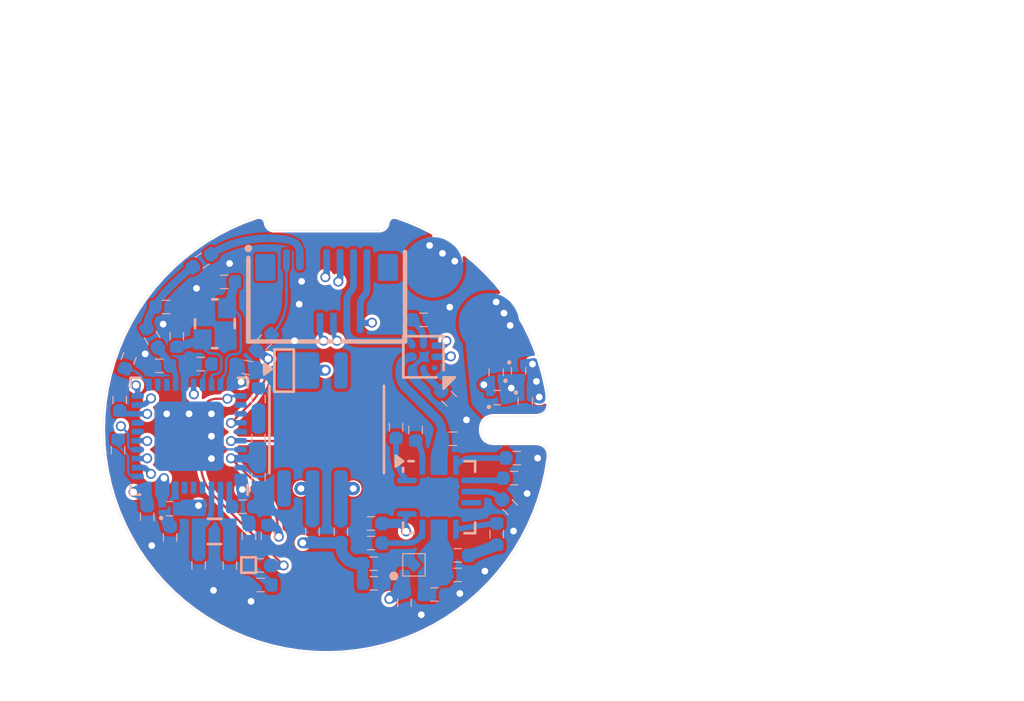
<source format=kicad_pcb>
(kicad_pcb (version 20240108) (generator "pcbnew") (generator_version "8.0")
  (layers (0 "F.Cu" signal) (1 "In1.Cu" signal) (2 "In2.Cu" signal) (31 "B.Cu" signal) (34 "B.Paste" user) (35 "F.Paste" user) (36 "B.SilkS" user "B.Silkscreen") (37 "F.SilkS" user "F.Silkscreen") (38 "B.Mask" user) (39 "F.Mask" user) (44 "Edge.Cuts" user))
  (net 0 "")
  (net 1 "GND")
  (net 2 "VDD_nRF")
  (net 3 "Net-(U6-P0.00{slash}XL1)")
  (net 4 "Net-(U6-P0.01{slash}XL2)")
  (net 5 "Net-(U6-DEC1)")
  (net 6 "VBUS")
  (net 7 "Net-(U6-DECUSB)")
  (net 8 "1.8V")
  (net 9 "Net-(U6-DEC4)")
  (net 10 "Net-(U6-DEC5)")
  (net 11 "Net-(U6-ANT)")
  (net 12 "Net-(U6-XC2)")
  (net 13 "Net-(U6-XC1)")
  (net 14 "Net-(U6-DEC3)")
  (net 15 "Net-(C17-Pad2)")
  (net 16 "OUT")
  (net 17 "vBAT")
  (net 18 "MOS_VDD")
  (net 19 "BLUE_LED")
  (net 20 "Net-(D1-K)")
  (net 21 "Net-(D2-K)")
  (net 22 "Net-(J1-Pin_1)")
  (net 23 "Net-(J2-Pin_1)")
  (net 24 "Net-(L1-Pad1)")
  (net 25 "Net-(U6-DCC)")
  (net 26 "antenna")
  (net 27 "MOS_EN")
  (net 28 "Net-(U5-BIN)")
  (net 29 "CE")
  (net 30 "Net-(U10-ILIM)")
  (net 31 "Net-(U10-ISET)")
  (net 32 "Net-(U10-EN1)")
  (net 33 "Net-(U10-EN2)")
  (net 34 "P0.15")
  (net 35 "P0.17")
  (net 36 "Net-(U10-~{CHG})")
  (net 37 "Net-(U10-TS)")
  (net 38 "P0.28")
  (net 39 "P0.30")
  (net 40 "P0.31")
  (net 41 "GPOUT")
  (net 42 "Batteryin")
  (net 43 "P0.20")
  (net 47 "RESET")
  (net 49 "swc")
  (net 50 "swd")
  (net 51 "int1")
  (net 53 "D-")
  (net 58 "D+")
  (net 59 "FLEX_LED")
  (net 60 "Net-(U8-Pin_1)")
  (footprint "Library:16mmCompButton" (layer "F.Cu") (at 150 100 136)
    (property "Reference" "SW1" (hide yes))
    (property "Value" "SW_Omron_B3FS")
  )
  (footprint "Library:0402" (layer "B.Cu") (at 152.105 106.875)
    (property "Reference" "C27" (hide yes))
    (property "Value" "1uF")
  )
  (footprint "Library:Mosfet0402" (layer "B.Cu") (at 142.975 103.539937)
    (property "Reference" "Q3" (hide yes))
    (property "Value" "PMOS-CSD25483F4")
  )
  (footprint "Library:Mosfet0402" (layer "B.Cu") (at 157.575 97.445 90)
    (property "Reference" "Q1" (hide yes))
    (property "Value" "NMOS-CSD17381F4")
  )
  (footprint "Library:0402" (layer "B.Cu") (at 154.815 107.375)
    (property "Reference" "C20" (hide yes))
    (property "Value" "1uF")
  )
  (footprint "Library:0402" (layer "B.Cu") (at 146.95 102.125 -90)
    (property "Reference" "C9" (hide yes))
    (property "Value" "1uF")
  )
  (footprint "Library:0402" (layer "B.Cu") (at 143 104.825 -90)
    (property "Reference" "R2" (hide yes))
    (property "Value" "2M")
  )
  (footprint "Library:0402" (layer "B.Cu") (at 151.98 104.2 180)
    (property "Reference" "C21" (hide yes))
    (property "Value" "1uF")
  )
  (footprint "Library:0402" (layer "B.Cu") (at 147.375 104.75 -90)
    (property "Reference" "C10" (hide yes))
    (property "Value" "47nF")
  )
  (footprint "Library:0402" (layer "B.Cu") (at 154.325 95.1)
    (property "Reference" "C8" (hide yes))
    (property "Value" "2.2uF")
  )
  (footprint "Library:0402" (layer "B.Cu") (at 145.675 106.08 -90)
    (property "Reference" "C2" (hide yes))
    (property "Value" "12pF")
  )
  (footprint "Library:Mosfet0402" (layer "B.Cu") (at 158.575 97.375 -90)
    (property "Reference" "Q5" (hide yes))
    (property "Value" "PMOS-CSD25483F4")
  )
  (footprint "Library:0402" (layer "B.Cu") (at 147.009 106.075)
    (property "Reference" "D1" (hide yes))
    (property "Value" "BLUE")
  )
  (footprint "Library:0402" (layer "B.Cu") (at 155.85 106.5)
    (property "Reference" "C24" (hide yes))
    (property "Value" "10uF")
  )
  (footprint "Library:0402" (layer "B.Cu") (at 147.05 106.95)
    (property "Reference" "R3" (hide yes))
    (property "Value" "1.5k")
  )
  (footprint "Library:0402" (layer "B.Cu") (at 144.375 97.075)
    (property "Reference" "C16" (hide yes))
    (property "Value" "100pF")
  )
  (footprint "Library:0402" (layer "B.Cu") (at 157.6 104.675 -90)
    (property "Reference" "R11" (hide yes))
    (property "Value" "1.5k")
  )
  (footprint "Library:Pogo-pin-recepticle" (layer "B.Cu") (at 157.25 95.25 180)
    (property "Reference" "J1" (hide yes))
    (property "Value" "-")
  )
  (footprint "Library:0402" (layer "B.Cu") (at 147.19 96.1 -135)
    (property "Reference" "R12" (hide yes))
    (property "Value" "1.5k")
  )
  (footprint "Library:nrf52833" (layer "B.Cu") (at 143.85 100.3 90)
    (property "Reference" "U6" (hide yes))
    (property "Value" "nrf52833_qfn40")
  )
  (footprint "Library:0402" (layer "B.Cu") (at 158.375 102.175 180)
    (property "Reference" "R8" (hide yes))
    (property "Value" "0Ω")
  )
  (footprint "Library:0402" (layer "B.Cu") (at 140.75 98.675 -90)
    (property "Reference" "C1" (hide yes))
    (property "Value" "4.7uF")
  )
  (footprint "Library:0402" (layer "B.Cu") (at 149.365 104.565499 90)
    (property "Reference" "R9" (hide yes))
    (property "Value" "4.7K")
  )
  (footprint "Library:TDFN-4" (layer "B.Cu") (at 153.9 106.05 180)
    (property "Reference" "U11" (hide yes))
    (property "Value" "MIC5504")
  )
  (footprint "Library:0402" (layer "B.Cu") (at 153.1 99.9 90)
    (property "Reference" "R6" (hide yes))
    (property "Value" "590")
  )
  (footprint "Library:0402" (layer "B.Cu") (at 141.15 96.825 -110)
    (property "Reference" "C12" (hide yes))
    (property "Value" "820pF")
  )
  (footprint "Library:Crystal_SMD_2016-4Pin_2.0x1.6mm" (layer "B.Cu") (at 145 95.275 90)
    (property "Reference" "X2" (hide yes))
    (property "Value" "32MHZ")
  )
  (footprint "Library:0402" (layer "B.Cu") (at 153.975 100.025 90)
    (property "Reference" "TH1" (hide yes))
    (property "Value" "10K")
  )
  (footprint "Library:0402" (layer "B.Cu") (at 143.3 95.825 -90)
    (property "Reference" "C15" (hide yes))
    (property "Value" "12pF")
  )
  (footprint "Library:SOIC-8-1EP_3.9x4.9mm_P1.27mm_EP2.514x3.2mm" (layer "B.Cu") (at 150 100 -90)
    (property "Reference" "U9" (hide yes))
    (property "Value" "AS5600")
  )
  (footprint "Library:0402" (layer "B.Cu") (at 142.825 94.525 180)
    (property "Reference" "C17" (hide yes))
    (property "Value" "1.2pF")
  )
  (footprint "Library:0402" (layer "B.Cu") (at 146.25 103.45)
    (property "Reference" "C4" (hide yes))
    (property "Value" "100nF")
  )
  (footprint "Library:0402" (layer "B.Cu") (at 153.475 107.745 -90)
    (property "Reference" "C23" (hide yes))
    (property "Value" "1uF")
  )
  (footprint "Library:0402" (layer "B.Cu") (at 145.425 93.4)
    (property "Reference" "C14" (hide yes))
    (property "Value" "12pF")
  )
  (footprint "Library:0402" (layer "B.Cu") (at 155.855 105.625 180)
    (property "Reference" "D2" (hide yes))
    (property "Value" "LED")
  )
  (footprint "Library:0402" (layer "B.Cu") (at 144.431532 92.455 35)
    (property "Reference" "L4" (hide yes))
    (property "Value" "2.2nH")
  )
  (footprint "Library:Texas_DSBGA-9_1.62mmx1.58mm_Layout3x3_P0.5mm" (layer "B.Cu") (at 154.325 96.75 90)
    (property "Reference" "U5" (hide yes))
    (property "Value" "BQ27427")
  )
  (footprint "Library:0402" (layer "B.Cu") (at 142.2 95.9 120)
    (property "Reference" "L3" (hide yes))
    (property "Value" "4.7nH")
  )
  (footprint "Library:Crystal_SMD_2012-2Pin_2.0x1.2mm" (layer "B.Cu") (at 144.975 104.525 180)
    (property "Reference" "X1" (hide yes))
    (property "Value" "32.768 kHz")
  )
  (footprint "Library:0402" (layer "B.Cu") (at 146.95 98.635 90)
    (property "Reference" "L1" (hide yes))
    (property "Value" "10uH")
  )
  (footprint "Library:FPC" (layer "B.Cu") (at 150 93.814104)
    (property "Reference" "U8" (hide yes))
    (property "Value" "Conn_01x14_Socket")
  )
  (footprint "Library:0402" (layer "B.Cu") (at 146.44 97.23 -12)
    (property "Reference" "C11" (hide yes))
    (property "Value" "100nF")
  )
  (footprint "Library:0402" (layer "B.Cu") (at 146.525 104.755 -90)
    (property "Reference" "C6" (hide yes))
    (property "Value" "1uF")
  )
  (footprint "Library:0402" (layer "B.Cu") (at 158.2 103.475 135)
    (property "Reference" "R7" (hide yes))
    (property "Value" "0Ω")
  )
  (footprint "Library:0402" (layer "B.Cu") (at 146.95 100.38 90)
    (property "Reference" "L2" (hide yes))
    (property "Value" "15nH")
  )
  (footprint "Library:Mosfet0402" (layer "B.Cu") (at 158.875 98.725 -90)
    (property "Reference" "Q4" (hide yes))
    (property "Value" "PMOS-CSD25483F4")
  )
  (footprint "Library:Pogo-pin-recepticle" (layer "B.Cu") (at 154.75 92.75 180)
    (property "Reference" "J2" (hide yes))
    (property "Value" "+")
  )
  (footprint "Library:0402" (layer "B.Cu") (at 152.1 106)
    (property "Reference" "C28" (hide yes))
    (property "Value" "100nF")
  )
  (footprint "Library:0402" (layer "B.Cu") (at 144.275 106.07 -90)
    (property "Reference" "C3" (hide yes))
    (property "Value" "12pF")
  )
  (footprint "Library:0402" (layer "B.Cu") (at 142.525 97.15)
    (property "Reference" "C13" (hide yes))
    (property "Value" "1pF")
  )
  (footprint "Library:0402" (layer "B.Cu") (at 155.6425 100.4125 180)
    (property "Reference" "C22" (hide yes))
    (property "Value" "10uF")
  )
  (footprint "Library:0402" (layer "B.Cu") (at 158.5 101.275)
    (property "Reference" "R4" (hide yes))
    (property "Value" "100K")
  )
  (footprint "Library:0402" (layer "B.Cu") (at 140.675 100.925 90)
    (property "Reference" "C7" (hide yes))
    (property "Value" "4.7uF")
  )
  (footprint "Library:0402" (layer "B.Cu") (at 155.475 98.625 135)
    (property "Reference" "R1" (hide yes))
    (property "Value" "10k")
  )
  (footprint "Library:0402" (layer "B.Cu") (at 141.975 103.9 -90)
    (property "Reference" "C5" (hide yes))
    (property "Value" "4.7uF")
  )
  (footprint "Library:0402" (layer "B.Cu") (at 150.635 104.5655 -90)
    (property "Reference" "R10" (hide yes))
    (property "Value" "4.7K")
  )
  (footprint "Library:0402" (layer "B.Cu") (at 151.98 105.075 180)
    (property "Reference" "R5" (hide yes))
    (property "Value" "1.1k")
  )
  (footprint "Library:Mosfet0402" (layer "B.Cu") (at 157.625 98.575)
    (property "Reference" "Q2" (hide yes))
    (property "Value" "NMOS-CSD17381F4")
  )
  (footprint "Package_DFN_QFN:VQFN-16-1EP_3x3mm_P0.5mm_EP1.6x1.6mm" (layer "B.Cu") (at 155.025 103.025 -90)
    (property "Reference" "U10" (hide yes))
    (property "Value" "BQ24075RGT")
  )
  (gr_curve (pts (xy 142.450001 96.333013) (xy 142.575001 96.549519) (xy 142.750001 96.71) (xy 143.025 97.15)) (stroke (width 0.3399)) (layer "B.Cu") (net 11))
  (gr_line (start 148.8 92.394104) (end 148.8 92.725) (stroke (width 0.3399)) (layer "B.Cu") (net 26))
  (gr_poly (pts (xy 148.095 96.55) (xy 149.365 96.55) (xy 149.365 98.175) (xy 148.095 98.175)) (fill solid) (layer "B.Cu") (net 18))
  (gr_curve (pts (xy 142.325 94.525) (xy 142.03 94.93) (xy 141.976554 95.162981) (xy 141.95 95.466987)) (stroke (width 0.3399)) (layer "B.Cu") (net 15))
  (gr_curve (pts (xy 148.049978 91.4947) (xy 147.32 91.38) (xy 145.890201 91.443042) (xy 144.841108 92.168212)) (stroke (width 0.3399)) (layer "B.Cu") (net 26))
  (gr_curve (pts (xy 144.021956 92.741788) (xy 143.71 92.95) (xy 142.6 93.9) (xy 142.325 94.525)) (stroke (width 0.3399)) (layer "B.Cu") (net 15))
  (gr_curve (pts (xy 143.025 97.15) (xy 143.238388 97.413388) (xy 143.266458 97.565038) (xy 143.25 98)) (stroke (width 0.25)) (layer "B.Cu") (net 11))
  (gr_curve (pts (xy 148.8 92.394104) (xy 148.841996 91.756468) (xy 148.667483 91.575244) (xy 148.049978 91.4947)) (stroke (width 0.3399)) (layer "B.Cu") (net 26))
  (gr_line (start 144.116268 95.470095) (end 144.116268 95.070095) (stroke (width 0.12)) (layer "B.SilkS"))
  (gr_rect (start 147.661056 96.421549) (end 148.53044 98.310426) (stroke (width 0.12)) (fill none) (layer "B.SilkS"))
  (gr_rect (start 146.184885 105.715262) (end 146.83542 106.402716) (stroke (width 0.12)) (fill none) (layer "B.SilkS"))
  (gr_line (start 144.884666 96.363909) (end 145.110278 96.363909) (stroke (width 0.12)) (layer "B.SilkS"))
  (gr_line (start 144.695623 103.994876) (end 145.295623 103.994876) (stroke (width 0.12)) (layer "B.SilkS"))
  (gr_line (start 144.889073 94.183244) (end 145.114685 94.183244) (stroke (width 0.12)) (layer "B.SilkS"))
  (gr_line (start 144.684572 105.122055) (end 145.284572 105.122055) (stroke (width 0.12)) (layer "B.SilkS"))
  (gr_line (start 145.888619 95.470229) (end 145.888619 95.070229) (stroke (width 0.12)) (layer "B.SilkS"))
  (gr_curve (pts (xy 159.905686 99.003468) (xy 159.888554 99.070593) (xy 159.860008 99.133384) (xy 159.818475 99.188731)) (stroke (width 0.01)) (layer "Edge.Cuts"))
  (gr_line (start 157.499999 99.402998) (end 159.323474 99.402998) (stroke (width 0.01)) (layer "Edge.Cuts"))
  (gr_line (start 159.322702 100.602998) (end 157.499999 100.602998) (stroke (width 0.01)) (layer "Edge.Cuts"))
  (gr_curve (pts (xy 157.232455 99.44987) (xy 157.169337 99.474934) (xy 157.112174 99.510588) (xy 157.063583 99.55796)) (stroke (width 0.01)) (layer "Edge.Cuts"))
  (gr_curve (pts (xy 159.512661 99.381482) (xy 159.450947 99.396529) (xy 159.387061 99.402998) (xy 159.323474 99.402998)) (stroke (width 0.01)) (layer "Edge.Cuts"))
  (gr_curve (pts (xy 157.05496 100.439414) (xy 157.099383 100.48498) (xy 157.151625 100.520454) (xy 157.209717 100.54652)) (stroke (width 0.01)) (layer "Edge.Cuts"))
  (gr_arc (start 146.886415 90.497076) (mid 147.135012 90.529412) (end 147.278595 90.734911) (stroke (width 0.01)) (layer "Edge.Cuts"))
  (gr_line (start 152.342938 91.096732) (end 147.657057 91.096732) (stroke (width 0.01)) (layer "Edge.Cuts"))
  (gr_arc (start 152.710003 90.799972) (mid 152.57895 91.013264) (end 152.342938 91.096732) (stroke (width 0.01)) (layer "Edge.Cuts"))
  (gr_curve (pts (xy 159.678913 99.314225) (xy 159.627422 99.34531) (xy 159.571153 99.367221) (xy 159.512661 99.381482)) (stroke (width 0.01)) (layer "Edge.Cuts"))
  (gr_curve (pts (xy 159.818475 99.188731) (xy 159.780368 99.239512) (xy 159.733288 99.281398) (xy 159.678913 99.314225)) (stroke (width 0.01)) (layer "Edge.Cuts"))
  (gr_curve (pts (xy 156.94687 100.270542) (xy 156.971934 100.33366) (xy 157.007588 100.390823) (xy 157.05496 100.439414)) (stroke (width 0.01)) (layer "Edge.Cuts"))
  (gr_curve (pts (xy 159.322702 100.602998) (xy 159.41578 100.602998) (xy 159.509476 100.61686) (xy 159.595706 100.651059)) (stroke (width 0.01)) (layer "Edge.Cuts"))
  (gr_curve (pts (xy 159.875076 100.915572) (xy 159.899375 100.970659) (xy 159.913943 101.029322) (xy 159.920622 101.089218)) (stroke (width 0.01)) (layer "Edge.Cuts"))
  (gr_curve (pts (xy 157.347095 100.589157) (xy 157.39737 100.598802) (xy 157.448784 100.602998) (xy 157.499999 100.602998)) (stroke (width 0.01)) (layer "Edge.Cuts"))
  (gr_line (start 152.719185 90.747564) (end 152.710003 90.799972) (stroke (width 0.01)) (layer "Edge.Cuts"))
  (gr_curve (pts (xy 159.918589 98.726594) (xy 159.930441 98.818905) (xy 159.928625 98.913593) (xy 159.905686 99.003468)) (stroke (width 0.01)) (layer "Edge.Cuts"))
  (gr_curve (pts (xy 159.920622 101.089218) (xy 159.92767 101.152408) (xy 159.925914 101.21666) (xy 159.917769 101.279785)) (stroke (width 0.01)) (layer "Edge.Cuts"))
  (gr_curve (pts (xy 157.209717 100.54652) (xy 157.253605 100.566213) (xy 157.299833 100.580091) (xy 157.347095 100.589157)) (stroke (width 0.01)) (layer "Edge.Cuts"))
  (gr_curve (pts (xy 159.768375 100.761163) (xy 159.813891 100.805426) (xy 159.849443 100.857458) (xy 159.875076 100.915572)) (stroke (width 0.01)) (layer "Edge.Cuts"))
  (gr_curve (pts (xy 157.063583 99.55796) (xy 157.018017 99.602383) (xy 156.982543 99.654625) (xy 156.956477 99.712717)) (stroke (width 0.01)) (layer "Edge.Cuts"))
  (gr_curve (pts (xy 157.499999 99.402998) (xy 157.408811 99.402998) (xy 157.316986 99.416303) (xy 157.232455 99.44987)) (stroke (width 0.01)) (layer "Edge.Cuts"))
  (gr_curve (pts (xy 156.899999 100.002998) (xy 156.899999 100.094186) (xy 156.913303 100.186011) (xy 156.94687 100.270542)) (stroke (width 0.01)) (layer "Edge.Cuts"))
  (gr_arc (start 159.917769 101.279785) (mid 143.624974 107.704486) (end 146.886415 90.497076) (stroke (width 0.01)) (layer "Edge.Cuts"))
  (gr_curve (pts (xy 156.956477 99.712717) (xy 156.936784 99.756605) (xy 156.922906 99.802833) (xy 156.91384 99.850095)) (stroke (width 0.01)) (layer "Edge.Cuts"))
  (gr_curve (pts (xy 156.91384 99.850095) (xy 156.904195 99.90037) (xy 156.899999 99.951784) (xy 156.899999 100.002998)) (stroke (width 0.01)) (layer "Edge.Cuts"))
  (gr_line (start 147.285122 90.772163) (end 147.278595 90.734911) (stroke (width 0.01)) (layer "Edge.Cuts"))
  (gr_arc (start 153.113562 90.497069) (mid 157.706524 93.627445) (end 159.918589 98.726594) (stroke (width 0.01)) (layer "Edge.Cuts"))
  (gr_arc (start 152.719185 90.747564) (mid 152.859518 90.532804) (end 153.113562 90.497069) (stroke (width 0.01)) (layer "Edge.Cuts"))
  (gr_curve (pts (xy 159.595706 100.651059) (xy 159.66011 100.676602) (xy 159.718762 100.712916) (xy 159.768375 100.761163)) (stroke (width 0.01)) (layer "Edge.Cuts"))
  (gr_arc (start 147.657057 91.096732) (mid 147.410235 91.004183) (end 147.285122 90.772163) (stroke (width 0.01)) (layer "Edge.Cuts"))
  (via (at 158.35 104.54) (size 0.45) (drill 0.3) (layers "F.Cu" "B.Cu") (net 1))
  (via (at 159.43 101.28) (size 0.45) (drill 0.3) (layers "F.Cu" "B.Cu") (net 1))
  (via (at 141.88838 96.62026) (size 0.45) (drill 0.3) (layers "F.Cu" "B.Cu") (net 1))
  (via (at 142.85 99.3) (size 0.45) (drill 0.3) (layers "F.Cu" "B.Cu") (net 1))
  (via (at 146.62 107.68) (size 0.45) (drill 0.3) (layers "F.Cu" "B.Cu") (net 1))
  (via (at 155.95 107.33) (size 0.45) (drill 0.3) (layers "F.Cu" "B.Cu") (net 1))
  (via (at 144.85 101.3) (size 0.45) (drill 0.3) (layers "F.Cu" "B.Cu") (net 1))
  (via (at 142.69 95.29) (size 0.45) (drill 0.3) (layers "F.Cu" "B.Cu") (net 1))
  (via (at 144.94 107.19) (size 0.45) (drill 0.3) (layers "F.Cu" "B.Cu") (net 1))
  (via (at 145.66 92.58) (size 0.45) (drill 0.3) (layers "F.Cu" "B.Cu") (net 1))
  (via (at 158.96 102.86) (size 0.45) (drill 0.3) (layers "F.Cu" "B.Cu") (net 1))
  (via (at 143.85 99.3) (size 0.45) (drill 0.3) (layers "F.Cu" "B.Cu") (net 1))
  (via (at 156.25 99.57) (size 0.45) (drill 0.3) (layers "F.Cu" "B.Cu") (net 1))
  (via (at 157.07 106.33) (size 0.45) (drill 0.3) (layers "F.Cu" "B.Cu") (net 1))
  (via (at 148.88 93.38) (size 0.45) (drill 0.3) (layers "F.Cu" "B.Cu") (net 1))
  (via (at 144.85 99.3) (size 0.45) (drill 0.3) (layers "F.Cu" "B.Cu") (net 1))
  (via (at 144.85 100.3) (size 0.45) (drill 0.3) (layers "F.Cu" "B.Cu") (net 1))
  (via (at 155.5 94.53) (size 0.45) (drill 0.3) (layers "F.Cu" "B.Cu") (net 1))
  (via (at 157.025 98) (size 0.45) (drill 0.3) (layers "F.Cu" "B.Cu") (net 1))
  (via (at 144.18 93.69) (size 0.45) (drill 0.3) (layers "F.Cu" "B.Cu") (net 1))
  (via (at 148.56 96.03) (size 0.45) (drill 0.3) (layers "F.Cu" "B.Cu") (net 1))
  (via (at 154.23 108.28) (size 0.45) (drill 0.3) (layers "F.Cu" "B.Cu") (net 1))
  (via (at 148.77 94.4) (size 0.45) (drill 0.3) (layers "F.Cu" "B.Cu") (net 1))
  (via (at 142.18 105.19) (size 0.45) (drill 0.3) (layers "F.Cu" "B.Cu") (net 1))
  (segment (start 146.15 100.9) (end 146.144237 100.894773) (width 0.1) (layer "B.Cu") (net 1))
  (segment (start 146.128963 100.888446) (end 145.569668 100.888446) (width 0.1) (layer "B.Cu") (net 1))
  (segment (start 154.825 95.1) (end 154.93 95.1) (width 0.1) (layer "B.Cu") (net 1))
  (segment (start 143.624783 98.025217) (end 143.624783 100.074783) (width 0.2) (layer "B.Cu") (net 1))
  (segment (start 141.88838 97.01338) (end 141.88838 96.62026) (width 0.1) (layer "B.Cu") (net 1))
  (segment (start 154.325 96.75) (end 153.825 97.25) (width 0.2) (layer "B.Cu") (net 1))
  (segment (start 145.569668 100.888446) (end 145.50726 100.885398) (width 0.1) (layer "B.Cu") (net 1))
  (segment (start 145.345658 100.795658) (end 144.85 100.3) (width 0.1) (layer "B.Cu") (net 1))
  (segment (start 146.144237 100.894773) (end 146.128963 100.888446) (width 0.1) (layer "B.Cu") (net 1))
  (segment (start 143.65 98) (end 143.624783 98.025217) (width 0.2) (layer "B.Cu") (net 1))
  (segment (start 143.624783 100.074783) (end 143.65 100.1) (width 0.2) (layer "B.Cu") (net 1))
  (arc (start 143.65 100.1) (mid 143.708579 100.241421) (end 143.85 100.3) (width 0.2) (layer "B.Cu") (net 1))
  (arc (start 143.85 100.3) (mid 143.832322 100.307322) (end 143.825 100.325) (width 0.1) (layer "B.Cu") (net 1))
  (arc (start 142.025 97.15) (mid 141.928395 97.109985) (end 141.88838 97.01338) (width 0.1) (layer "B.Cu") (net 1))
  (arc (start 145.50726 100.885398) (mid 145.418872 100.853768) (end 145.345658 100.795658) (width 0.1) (layer "B.Cu") (net 1))
  (via (at 146.175 97.875) (size 0.45) (drill 0.3) (layers "F.Cu" "B.Cu") (net 2))
  (via (at 146.23 102.68) (size 0.45) (drill 0.3) (layers "F.Cu" "B.Cu") (net 2))
  (via (at 141.975 99.3) (size 0.45) (drill 0.3) (layers "F.Cu" "B.Cu") (net 2))
  (via (at 152.8 107.575) (size 0.45) (drill 0.3) (layers "F.Cu" "B.Cu") (net 2))
  (via (at 142.724612 102.175) (size 0.45) (drill 0.3) (layers "F.Cu" "B.Cu") (net 2))
  (segment (start 141.55 99.3) (end 141.975 99.3) (width 0.1) (layer "B.Cu") (net 2))
  (segment (start 140.875 99.3) (end 141.55 99.3) (width 0.25) (layer "B.Cu") (net 2))
  (arc (start 140.75 99.175) (mid 140.786612 99.263388) (end 140.875 99.3) (width 0.25) (layer "B.Cu") (net 2))
  (segment (start 145.675 105.58) (end 145.675 104.525) (width 0.6) (layer "B.Cu") (net 3))
  (segment (start 145.675 104.525) (end 145.566635 104.416635) (width 0.25) (layer "B.Cu") (net 3))
  (segment (start 145.25 102.6) (end 145.25 103.652209) (width 0.25) (layer "B.Cu") (net 3))
  (arc (start 145.25 103.652209) (mid 145.332291 104.065913) (end 145.566635 104.416635) (width 0.25) (layer "B.Cu") (net 3))
  (segment (start 144.85 102.6) (end 144.85 103.536827) (width 0.25) (layer "B.Cu") (net 4))
  (segment (start 144.275 104.525) (end 144.557843 104.242157) (width 0.25) (layer "B.Cu") (net 4))
  (segment (start 144.275 105.57) (end 144.275 104.525) (width 0.6) (layer "B.Cu") (net 4))
  (arc (start 144.85 103.536827) (mid 144.774071 103.918549) (end 144.557843 104.242157) (width 0.25) (layer "B.Cu") (net 4))
  (segment (start 145.65 102.6) (end 145.65 103.35) (width 0.25) (layer "B.Cu") (net 5))
  (segment (start 145.65 102.6) (end 145.675 102.575) (width 0.1) (layer "B.Cu") (net 5))
  (segment (start 145.65 103.35) (end 145.75 103.45) (width 0.25) (layer "B.Cu") (net 5))
  (via (at 159.5 98.55) (size 0.45) (drill 0.3) (layers "F.Cu" "B.Cu") (net 6))
  (via (at 159.2 97.075) (size 0.45) (drill 0.3) (layers "F.Cu" "B.Cu") (net 6))
  (via (at 159.375 97.85) (size 0.45) (drill 0.3) (layers "F.Cu" "B.Cu") (net 6))
  (via (at 152.025 95.225) (size 0.45) (drill 0.3) (layers "F.Cu" "B.Cu") (net 6))
  (via (at 141.37 102.79) (size 0.45) (drill 0.3) (layers "F.Cu" "B.Cu") (net 6))
  (via (at 153.55 104.55) (size 0.45) (drill 0.3) (layers "F.Cu" "B.Cu") (net 6))
  (segment (start 151.8 92.394104) (end 151.8 93.700737) (width 0.3) (layer "B.Cu") (net 6))
  (segment (start 152.48 104.2) (end 153.1625 104.2) (width 0.4) (layer "B.Cu") (net 6))
  (segment (start 151.5 94.425) (end 151.5 95.234104) (width 0.3) (layer "B.Cu") (net 6))
  (segment (start 151.5 95.234104) (end 152.015896 95.234104) (width 0.3) (layer "B.Cu") (net 6))
  (segment (start 153.1625 104.2) (end 153.2 104.2) (width 0.4) (layer "B.Cu") (net 6))
  (arc (start 151.8 93.700737) (mid 151.764265 93.880389) (end 151.6625 94.032691) (width 0.3) (layer "B.Cu") (net 6))
  (arc (start 151.6625 94.032691) (mid 151.542233 94.212684) (end 151.5 94.425) (width 0.3) (layer "B.Cu") (net 6))
  (arc (start 153.2 104.2) (mid 153.447487 104.302513) (end 153.55 104.55) (width 0.4) (layer "B.Cu") (net 6))
  (arc (start 152.015896 95.234104) (mid 152.022334 95.231438) (end 152.025 95.225) (width 0.3) (layer "B.Cu") (net 6))
  (arc (start 153.1625 104.2) (mid 153.46302 104.07552) (end 153.5875 103.775) (width 0.25) (layer "B.Cu") (net 6))
  (segment (start 141.380371 102.1) (end 141.55 102.1) (width 0.1) (layer "B.Cu") (net 7))
  (segment (start 141.125 101.289168) (end 141.125 101.844629) (width 0.1) (layer "B.Cu") (net 7))
  (segment (start 140.675 100.7125) (end 141.035432 101.072932) (width 0.1) (layer "B.Cu") (net 7))
  (segment (start 140.675 100.425) (end 140.675 100.7125) (width 0.1) (layer "B.Cu") (net 7))
  (arc (start 141.035432 101.072932) (mid 141.101722 101.172142) (end 141.125 101.289168) (width 0.1) (layer "B.Cu") (net 7))
  (arc (start 141.125 101.844629) (mid 141.199796 102.025204) (end 141.380371 102.1) (width 0.1) (layer "B.Cu") (net 7))
  (segment (start 154.048961 95.323956) (end 153.825 95.1) (width 0.3) (layer "B.Cu") (net 8))
  (segment (start 154.325 96.25) (end 154.325 95.990361) (width 0.3) (layer "B.Cu") (net 8))
  (arc (start 154.325 95.990361) (mid 154.25326 95.629704) (end 154.048961 95.323956) (width 0.3) (layer "B.Cu") (net 8))
  (segment (start 146.889326 102.450879) (end 145.725 101.286553) (width 0.1) (layer "F.Cu") (net 9))
  (via (at 144.063447 98.425) (size 0.45) (drill 0.3) (layers "F.Cu" "B.Cu") (net 9))
  (via (at 145.725 101.286553) (size 0.45) (drill 0.3) (layers "F.Cu" "B.Cu") (net 9))
  (via (at 147.858592 104.790894) (size 0.45) (drill 0.3) (layers "F.Cu" "B.Cu") (net 9))
  (arc (start 147.858592 104.790894) (mid 147.606688 103.524487) (end 146.889326 102.450879) (width 0.1) (layer "F.Cu") (net 9))
  (segment (start 144.05 98.411553) (end 144.063447 98.425) (width 0.1) (layer "B.Cu") (net 9))
  (segment (start 145.738447 101.3) (end 145.725 101.286553) (width 0.1) (layer "B.Cu") (net 9))
  (segment (start 144.05 98) (end 144.05 98.411553) (width 0.1) (layer "B.Cu") (net 9))
  (segment (start 147.858592 104.733592) (end 147.858592 104.790894) (width 0.4) (layer "B.Cu") (net 9))
  (arc (start 147.375 104.25) (mid 147.716951 104.391641) (end 147.858592 104.733592) (width 0.4) (layer "B.Cu") (net 9))
  (segment (start 142.052045 97.968394) (end 141.660992 97.577341) (width 0.1) (layer "B.Cu") (net 10))
  (segment (start 142.05 98) (end 142.052045 97.968394) (width 0.1) (layer "B.Cu") (net 10))
  (arc (start 141.660992 97.577341) (mid 141.348087 97.368264) (end 140.97899 97.294846) (width 0.1) (layer "B.Cu") (net 10))
  (segment (start 145.5 97.34) (end 145.5 96.969253) (width 0.1) (layer "B.Cu") (net 12))
  (segment (start 145.25 98) (end 145.25 97.937989) (width 0.1) (layer "B.Cu") (net 12))
  (segment (start 145.839253 96.63) (end 145.95 96.63) (width 0.1) (layer "B.Cu") (net 12))
  (segment (start 145.39 97.6) (end 145.393934 97.596066) (width 0.1) (layer "B.Cu") (net 12))
  (segment (start 145.55 94.575) (end 145.925 93.4) (width 0.4) (layer "B.Cu") (net 12))
  (segment (start 146.16 96.42) (end 146.16 95.185) (width 0.1) (layer "B.Cu") (net 12))
  (arc (start 145.25 97.937989) (mid 145.286385 97.755071) (end 145.39 97.6) (width 0.1) (layer "B.Cu") (net 12))
  (arc (start 145.95 96.63) (mid 146.098492 96.568492) (end 146.16 96.42) (width 0.1) (layer "B.Cu") (net 12))
  (arc (start 145.393934 97.596066) (mid 145.472434 97.478582) (end 145.5 97.34) (width 0.1) (layer "B.Cu") (net 12))
  (arc (start 146.16 95.185) (mid 145.981335 94.753665) (end 145.55 94.575) (width 0.1) (layer "B.Cu") (net 12))
  (arc (start 145.5 96.969253) (mid 145.599365 96.729365) (end 145.839253 96.63) (width 0.1) (layer "B.Cu") (net 12))
  (segment (start 144.45 95.975) (end 143.3 96.325) (width 0.4) (layer "B.Cu") (net 13))
  (segment (start 144.45 95.975) (end 144.45 96.15) (width 0.1) (layer "B.Cu") (net 13))
  (segment (start 144.994629 97.531302) (end 144.998194 97.531302) (width 0.1) (layer "B.Cu") (net 13))
  (segment (start 145.29 96.89) (end 145.29 97.239496) (width 0.1) (layer "B.Cu") (net 13))
  (segment (start 144.9 96.6) (end 145 96.6) (width 0.1) (layer "B.Cu") (net 13))
  (segment (start 144.85 98) (end 144.85 97.67595) (width 0.1) (layer "B.Cu") (net 13))
  (arc (start 144.45 96.15) (mid 144.581802 96.468198) (end 144.9 96.6) (width 0.1) (layer "B.Cu") (net 13))
  (arc (start 144.85 97.67595) (mid 144.89236 97.573675) (end 144.994629 97.531302) (width 0.1) (layer "B.Cu") (net 13))
  (arc (start 145.29 97.239496) (mid 145.204532 97.445834) (end 144.998194 97.531302) (width 0.1) (layer "B.Cu") (net 13))
  (arc (start 145 96.6) (mid 145.205061 96.684939) (end 145.29 96.89) (width 0.1) (layer "B.Cu") (net 13))
  (segment (start 144.803553 97.146446) (end 144.875 97.075) (width 0.1) (layer "B.Cu") (net 14))
  (arc (start 144.45 98) (mid 144.541886 97.53806) (end 144.803553 97.146446) (width 0.1) (layer "B.Cu") (net 14))
  (segment (start 142.515001 94.525) (end 142.515001 94.248743) (width 0.1) (layer "B.Cu") (net 15))
  (segment (start 155.1425 100.4125) (end 155.1425 100.096834) (width 0.4) (layer "B.Cu") (net 17))
  (segment (start 153.275 97.504474) (end 153.275 97.3) (width 0.4) (layer "B.Cu") (net 17))
  (segment (start 153.531362 98.123386) (end 154.886308 99.478332) (width 0.4) (layer "B.Cu") (net 17))
  (arc (start 153.531362 98.123386) (mid 153.341627 97.839427) (end 153.275 97.504474) (width 0.4) (layer "B.Cu") (net 17))
  (arc (start 154.886308 99.478332) (mid 155.075918 99.762103) (end 155.1425 100.096834) (width 0.4) (layer "B.Cu") (net 17))
  (arc (start 153.275 97.3) (mid 153.436091 96.911091) (end 153.825 96.75) (width 0.4) (layer "B.Cu") (net 17))
  (via (at 144.27 103.4) (size 0.45) (drill 0.3) (layers "F.Cu" "B.Cu") (net 18))
  (via (at 149.94 97.35) (size 0.45) (drill 0.3) (layers "F.Cu" "B.Cu") (net 18))
  (via (at 148.930574 105.065498) (size 0.45) (drill 0.3) (layers "F.Cu" "B.Cu") (net 18))
  (segment (start 151.6 106) (end 151.45 106) (width 0.5) (layer "B.Cu") (net 18))
  (segment (start 150.635 105.0655) (end 149.365002 105.0655) (width 0.5) (layer "B.Cu") (net 18))
  (segment (start 149.365002 105.0655) (end 149.365 105.065498) (width 0.5) (layer "B.Cu") (net 18))
  (segment (start 151.6 106) (end 151.6 106.87) (width 0.5) (layer "B.Cu") (net 18))
  (segment (start 150.635 105.0655) (end 150.635 105.185) (width 0.5) (layer "B.Cu") (net 18))
  (segment (start 149.395177 97.35) (end 149.94 97.35) (width 0.5) (layer "B.Cu") (net 18))
  (segment (start 151.6 106.87) (end 151.605 106.875) (width 0.5) (layer "B.Cu") (net 18))
  (segment (start 149.365 105.065498) (end 148.930574 105.065498) (width 0.5) (layer "B.Cu") (net 18))
  (arc (start 149.365 97.3625) (mid 149.378845 97.353249) (end 149.395177 97.35) (width 0.5) (layer "B.Cu") (net 18))
  (arc (start 150.635 105.185) (mid 150.873708 105.761292) (end 151.45 106) (width 0.5) (layer "B.Cu") (net 18))
  (segment (start 144.37 99.34) (end 144.37 101.484609) (width 0.1) (layer "F.Cu") (net 19))
  (segment (start 144.996066 102.996066) (end 148.075 106.075) (width 0.1) (layer "F.Cu") (net 19))
  (segment (start 145.561922 98.625248) (end 145.084752 98.625248) (width 0.1) (layer "F.Cu") (net 19))
  (via (at 148.075 106.075) (size 0.45) (drill 0.3) (layers "F.Cu" "B.Cu") (net 19))
  (via (at 145.561922 98.625248) (size 0.45) (drill 0.3) (layers "F.Cu" "B.Cu") (net 19))
  (arc (start 144.37 101.484609) (mid 144.532709 102.302604) (end 144.996066 102.996066) (width 0.1) (layer "F.Cu") (net 19))
  (arc (start 145.084752 98.625248) (mid 144.579346 98.834594) (end 144.37 99.34) (width 0.1) (layer "F.Cu") (net 19))
  (segment (start 145.68717 98.5) (end 145.561922 98.625248) (width 0.1) (layer "B.Cu") (net 19))
  (segment (start 147.509 106.075) (end 148.075 106.075) (width 0.4) (layer "B.Cu") (net 19))
  (segment (start 146.15 98.5) (end 145.68717 98.5) (width 0.1) (layer "B.Cu") (net 19))
  (segment (start 147.55 106.95) (end 146.509 106.075) (width 0.4) (layer "B.Cu") (net 20))
  (segment (start 157.6 105.175) (end 156.355 105.625) (width 0.5) (layer "B.Cu") (net 21))
  (via (at 157.925 94.8) (size 0.45) (drill 0.3) (layers "F.Cu" "B.Cu") (net 22))
  (via (at 157.575 94.3) (size 0.45) (drill 0.3) (layers "F.Cu" "B.Cu") (net 22))
  (via (at 158.2 95.35) (size 0.45) (drill 0.3) (layers "F.Cu" "B.Cu") (net 22))
  (via (at 158.25 98.15) (size 0.45) (drill 0.3) (layers "F.Cu" "B.Cu") (net 23))
  (via (at 154.6 91.775) (size 0.45) (drill 0.3) (layers "F.Cu" "B.Cu") (net 23))
  (via (at 155.175 92.125) (size 0.45) (drill 0.3) (layers "F.Cu" "B.Cu") (net 23))
  (via (at 155.725 92.475) (size 0.45) (drill 0.3) (layers "F.Cu" "B.Cu") (net 23))
  (segment (start 146.95 99.88) (end 146.95 99.135) (width 0.6) (layer "B.Cu") (net 24))
  (segment (start 146.455839 101.826682) (end 146.495 101.865844) (width 0.1) (layer "B.Cu") (net 25))
  (segment (start 146.316295 101.731047) (end 146.414537 101.787769) (width 0.1) (layer "B.Cu") (net 25))
  (segment (start 147.45 101.71) (end 147.45 98.635) (width 0.1) (layer "B.Cu") (net 25))
  (segment (start 146.20672 101.701685) (end 146.316295 101.731047) (width 0.1) (layer "B.Cu") (net 25))
  (segment (start 146.87 102.11) (end 147.05 102.11) (width 0.1) (layer "B.Cu") (net 25))
  (segment (start 146.495 101.865844) (end 146.646635 102.017479) (width 0.1) (layer "B.Cu") (net 25))
  (segment (start 146.414537 101.787769) (end 146.455839 101.826682) (width 0.1) (layer "B.Cu") (net 25))
  (segment (start 146.15 101.7) (end 146.20672 101.701685) (width 0.1) (layer "B.Cu") (net 25))
  (arc (start 147.45 98.635) (mid 147.303553 98.281447) (end 146.95 98.135) (width 0.1) (layer "B.Cu") (net 25))
  (arc (start 147.05 102.11) (mid 147.332843 101.992843) (end 147.45 101.71) (width 0.1) (layer "B.Cu") (net 25))
  (arc (start 146.646635 102.017479) (mid 146.749116 102.085954) (end 146.87 102.11) (width 0.1) (layer "B.Cu") (net 25))
  (segment (start 155.121447 98.271447) (end 154.484099 97.634099) (width 0.3) (layer "B.Cu") (net 28))
  (arc (start 154.484099 97.634099) (mid 154.366348 97.457873) (end 154.325 97.25) (width 0.3) (layer "B.Cu") (net 28))
  (segment (start 158 101.275) (end 156.529441 101.275) (width 0.25) (layer "B.Cu") (net 29))
  (arc (start 156.529441 101.275) (mid 156.121141 101.356216) (end 155.775 101.5875) (width 0.25) (layer "B.Cu") (net 29))
  (segment (start 152.48 105.075) (end 153.6625 105.075) (width 0.25) (layer "B.Cu") (net 30))
  (arc (start 153.6625 105.075) (mid 154.095603 104.895603) (end 154.275 104.4625) (width 0.25) (layer "B.Cu") (net 30))
  (segment (start 153.1 100.4) (end 153.1 101.098071) (width 0.25) (layer "B.Cu") (net 31))
  (arc (start 153.1 101.098071) (mid 153.226697 101.73502) (end 153.5875 102.275) (width 0.25) (layer "B.Cu") (net 31))
  (segment (start 156.4625 102.775) (end 157.01005 102.775) (width 0.25) (layer "B.Cu") (net 32))
  (arc (start 157.01005 102.775) (mid 157.462704 102.865039) (end 157.846447 103.121447) (width 0.25) (layer "B.Cu") (net 32))
  (segment (start 156.4625 102.275) (end 157.633579 102.275) (width 0.25) (layer "B.Cu") (net 33))
  (arc (start 157.633579 102.275) (mid 157.764235 102.24901) (end 157.875 102.175) (width 0.25) (layer "B.Cu") (net 33))
  (via (at 155.35 96.04) (size 0.45) (drill 0.3) (layers "F.Cu" "B.Cu") (net 34))
  (via (at 148.85 102.64) (size 0.45) (drill 0.3) (layers "F.Cu" "B.Cu") (net 34))
  (via (at 140.8 99.85) (size 0.45) (drill 0.3) (layers "F.Cu" "B.Cu") (net 34))
  (segment (start 148.8525 102.6375) (end 148.85 102.64) (width 0.6) (layer "B.Cu") (net 34))
  (segment (start 141.345001 100.9) (end 141.55 100.9) (width 0.1) (layer "B.Cu") (net 34))
  (segment (start 140.8 99.85) (end 141.044721 100.094721) (width 0.1) (layer "B.Cu") (net 34))
  (segment (start 154.825 96.25) (end 155.14 96.25) (width 0.3) (layer "B.Cu") (net 34))
  (segment (start 149.365 102.6375) (end 149.365 104.0655) (width 0.6) (layer "B.Cu") (net 34))
  (segment (start 149.365 102.6375) (end 148.8525 102.6375) (width 0.6) (layer "B.Cu") (net 34))
  (segment (start 141.125 100.288532) (end 141.125 100.68) (width 0.1) (layer "B.Cu") (net 34))
  (arc (start 141.044721 100.094721) (mid 141.104136 100.183642) (end 141.125 100.288532) (width 0.1) (layer "B.Cu") (net 34))
  (arc (start 155.14 96.25) (mid 155.288492 96.188492) (end 155.35 96.04) (width 0.3) (layer "B.Cu") (net 34))
  (arc (start 141.125 100.68) (mid 141.189437 100.835563) (end 141.345001 100.9) (width 0.1) (layer "B.Cu") (net 34))
  (via (at 141.975 100.513447) (size 0.45) (drill 0.3) (layers "F.Cu" "B.Cu") (net 35))
  (via (at 151.19 102.64) (size 0.45) (drill 0.3) (layers "F.Cu" "B.Cu") (net 35))
  (via (at 155.55 96.73) (size 0.45) (drill 0.3) (layers "F.Cu" "B.Cu") (net 35))
  (segment (start 150.635 102.6375) (end 151.1875 102.6375) (width 0.6) (layer "B.Cu") (net 35))
  (segment (start 141.961553 100.5) (end 141.975 100.513447) (width 0.1) (layer "B.Cu") (net 35))
  (segment (start 155.36 96.75) (end 154.825 96.75) (width 0.3) (layer "B.Cu") (net 35))
  (segment (start 155.55 96.73) (end 155.40181 96.73) (width 0.3) (layer "B.Cu") (net 35))
  (segment (start 151.1875 102.6375) (end 151.19 102.64) (width 0.6) (layer "B.Cu") (net 35))
  (segment (start 141.55 100.5) (end 141.961553 100.5) (width 0.1) (layer "B.Cu") (net 35))
  (segment (start 155.40181 96.73) (end 155.381299 96.750511) (width 0.3) (layer "B.Cu") (net 35))
  (segment (start 150.635 102.6375) (end 150.635 104.0655) (width 0.6) (layer "B.Cu") (net 35))
  (segment (start 155.381299 96.750511) (end 155.36 96.75) (width 0.3) (layer "B.Cu") (net 35))
  (segment (start 157.6 104.175) (end 155.775 104.4625) (width 0.25) (layer "B.Cu") (net 36))
  (segment (start 154.275 101.249264) (end 154.275 101.5875) (width 0.25) (layer "B.Cu") (net 37))
  (arc (start 153.975 100.525) (mid 154.197033 100.857295) (end 154.275 101.249264) (width 0.25) (layer "B.Cu") (net 37))
  (segment (start 145.724999 100.513446) (end 149.486554 100.513446) (width 0.1) (layer "F.Cu") (net 40))
  (segment (start 149.486554 100.513446) (end 150 100) (width 0.1) (layer "F.Cu") (net 40))
  (via (at 145.724999 100.513446) (size 0.45) (drill 0.3) (layers "F.Cu" "B.Cu") (net 40))
  (segment (start 145.738445 100.5) (end 146.15 100.5) (width 0.1) (layer "B.Cu") (net 40))
  (segment (start 145.724999 100.513446) (end 145.738445 100.5) (width 0.1) (layer "B.Cu") (net 40))
  (segment (start 150.9 95.234104) (end 150.9 95.514551) (width 0.3) (layer "B.Cu") (net 42))
  (segment (start 151.2 92.394104) (end 151.2 93.505642) (width 0.3) (layer "B.Cu") (net 42))
  (segment (start 151.0625 93.8375) (end 151.0591 93.8409) (width 0.3) (layer "B.Cu") (net 42))
  (segment (start 151.435449 96.05) (end 153.625 96.05) (width 0.3) (layer "B.Cu") (net 42))
  (segment (start 150.9 94.225027) (end 150.9 95.234104) (width 0.3) (layer "B.Cu") (net 42))
  (arc (start 151.0591 93.8409) (mid 150.941354 94.017129) (end 150.9 94.225027) (width 0.3) (layer "B.Cu") (net 42))
  (arc (start 151.2 93.505642) (mid 151.164283 93.685205) (end 151.0625 93.8375) (width 0.3) (layer "B.Cu") (net 42))
  (arc (start 153.625 96.05) (mid 153.766421 96.108579) (end 153.825 96.25) (width 0.3) (layer "B.Cu") (net 42))
  (arc (start 150.9 95.514551) (mid 151.056829 95.893171) (end 151.435449 96.05) (width 0.3) (layer "B.Cu") (net 42))
  (via (at 141.475 98.025) (size 0.45) (drill 0.3) (layers "F.Cu" "B.Cu") (net 49))
  (via (at 149.94 93.19) (size 0.45) (drill 0.3) (layers "F.Cu" "B.Cu") (net 49))
  (segment (start 141.55 98.5) (end 141.55 98.206066) (width 0.25) (layer "B.Cu") (net 49))
  (segment (start 150 92.394104) (end 150 93.045148) (width 0.3) (layer "B.Cu") (net 49))
  (arc (start 141.55 98.206066) (mid 141.530508 98.108074) (end 141.475 98.025) (width 0.25) (layer "B.Cu") (net 49))
  (arc (start 150 93.045148) (mid 149.984406 93.123541) (end 149.94 93.19) (width 0.3) (layer "B.Cu") (net 49))
  (via (at 150.52 93.39) (size 0.45) (drill 0.3) (layers "F.Cu" "B.Cu") (net 50))
  (via (at 142.147773 98.606638) (size 0.45) (drill 0.3) (layers "F.Cu" "B.Cu") (net 50))
  (segment (start 141.55 98.9) (end 141.72239 98.9) (width 0.25) (layer "B.Cu") (net 50))
  (segment (start 141.947764 98.806647) (end 142.147773 98.606638) (width 0.25) (layer "B.Cu") (net 50))
  (segment (start 150.6 92.394104) (end 150.6 93.196863) (width 0.3) (layer "B.Cu") (net 50))
  (arc (start 150.6 93.196863) (mid 150.579208 93.301388) (end 150.52 93.39) (width 0.3) (layer "B.Cu") (net 50))
  (arc (start 141.72239 98.9) (mid 141.844362 98.875738) (end 141.947764 98.806647) (width 0.25) (layer "B.Cu") (net 50))
  (via (at 142.146393 101.983065) (size 0.45) (drill 0.3) (layers "F.Cu" "B.Cu") (net 53))
  (via (at 150.46 96.03) (size 0.45) (drill 0.3) (layers "F.Cu" "B.Cu") (net 53))
  (segment (start 141.55 101.7) (end 141.796437 101.7) (width 0.25) (layer "B.Cu") (net 53))
  (segment (start 150.3 95.234104) (end 150.299999 95.485677) (width 0.2) (layer "B.Cu") (net 53))
  (segment (start 150.3 95.234104) (end 150.3 95.643726) (width 0.2) (layer "B.Cu") (net 53))
  (segment (start 141.910635 101.747303) (end 142.146393 101.983065) (width 0.25) (layer "B.Cu") (net 53))
  (arc (start 141.796437 101.7) (mid 141.858241 101.712294) (end 141.910635 101.747303) (width 0.25) (layer "B.Cu") (net 53))
  (arc (start 150.3 95.643726) (mid 150.341583 95.852776) (end 150.46 96.03) (width 0.2) (layer "B.Cu") (net 53))
  (via (at 141.975 101.286553) (size 0.45) (drill 0.3) (layers "F.Cu" "B.Cu") (net 58))
  (via (at 149.86 96.03) (size 0.45) (drill 0.3) (layers "F.Cu" "B.Cu") (net 58))
  (segment (start 149.7 95.234104) (end 149.7 95.643726) (width 0.2) (layer "B.Cu") (net 58))
  (segment (start 141.55 101.3) (end 141.942537 101.3) (width 0.25) (layer "B.Cu") (net 58))
  (arc (start 149.7 95.643726) (mid 149.741583 95.852776) (end 149.86 96.03) (width 0.2) (layer "B.Cu") (net 58))
  (arc (start 141.942537 101.3) (mid 141.960106 101.296505) (end 141.975 101.286553) (width 0.25) (layer "B.Cu") (net 58))
  (segment (start 145.725 99.71) (end 146.520865 98.914135) (width 0.1) (layer "F.Cu") (net 59))
  (via (at 145.725 99.71) (size 0.45) (drill 0.3) (layers "F.Cu" "B.Cu") (net 59))
  (via (at 147.38 96.84) (size 0.45) (drill 0.3) (layers "F.Cu" "B.Cu") (net 59))
  (arc (start 146.520865 98.914135) (mid 147.156718 97.962514) (end 147.38 96.84) (width 0.1) (layer "F.Cu") (net 59))
  (segment (start 147.38 96.84) (end 146.836447 96.453553) (width 0.4) (layer "B.Cu") (net 59))
  (segment (start 146.15 99.7) (end 145.735 99.7) (width 0.1) (layer "B.Cu") (net 59))
  (segment (start 145.735 99.7) (end 145.725 99.71) (width 0.1) (layer "B.Cu") (net 59))
  (segment (start 148.2 94.161644) (end 148.2 92.394104) (width 0.1) (layer "B.Cu") (net 60))
  (arc (start 147.543553 95.746447) (mid 148.029395 95.019333) (end 148.2 94.161644) (width 0.1) (layer "B.Cu") (net 60))
  (zone (net 1) (net_name "GND") (layers "F.Cu" "In1.Cu" "B.Cu") (connect_pads yes (clearance 0.14)) (min_thickness 0.14) (fill yes (thermal_gap 0.14) (thermal_bridge_width 0.4))
    (polygon (pts (xy 138.68 90) (xy 160.68 90) (xy 160.68 111) (xy 138.68 111)))
  )
  (zone (net 2) (net_name "VDD_nRF") (layer "B.Cu") (priority 9) (connect_pads yes (clearance 0.1)) (min_thickness 0.1) (fill yes (thermal_gap 0.5) (thermal_bridge_width 0.5))
    (polygon (pts (xy 145.525 98.275) (xy 145.775 98.275) (xy 146.425 98.05) (xy 146.3 96.89) (xy 145.6 96.69)))
  )
  (zone (net 2) (net_name "VDD_nRF") (layer "B.Cu") (priority 8) (connect_pads yes (clearance 0.1)) (min_thickness 0.1) (fill yes (thermal_gap 0.5) (thermal_bridge_width 0.5))
    (polygon (pts (xy 142.475 103.479937) (xy 142.825 103.479937) (xy 142.825 103.249937) (xy 142.975 102.875) (xy 142.975 102.325) (xy 142.948116 102.169604) (xy 142.551268 102.035364) (xy 142.325 102.325) (xy 142.325 102.875) (xy 142.475 103.249937)))
  )
  (zone (net 17) (net_name "vBAT") (layer "B.Cu") (priority 4) (connect_pads yes (clearance 0.1)) (min_thickness 0.1) (fill yes (thermal_gap 0.5) (thermal_bridge_width 0.5))
    (polygon (pts (xy 154.65 102.025) (xy 154.65 101.15) (xy 154.914915 100.110257) (xy 155.444122 100.10893) (xy 155.468387 100.673963) (xy 155.4 101.15) (xy 155.4 102.025)))
  )
  (zone (net 23) (net_name "Net-(J2-Pin_1)") (layer "B.Cu") (priority 2) (connect_pads yes (clearance 0.1)) (min_thickness 0.1) (fill yes (thermal_gap 0.5) (thermal_bridge_width 0.5))
    (polygon (pts (xy 158.1 98.85) (xy 158.599936 98.7222) (xy 158.835063 98.725) (xy 158.875 97.525) (xy 158.275 97.525) (xy 157.626762 97.52673) (xy 157.65 97.92) (xy 157.8 98.85)))
  )
  (zone (net 22) (net_name "Net-(J1-Pin_1)") (layer "B.Cu") (priority 1) (connect_pads yes (clearance 0.1)) (min_thickness 0.1) (fill yes (thermal_gap 0.5) (thermal_bridge_width 0.5) (smoothing fillet) (radius 0.3))
    (polygon (pts (xy 160.075 99.525) (xy 160.025 97.7372) (xy 159.125 94.475) (xy 157.075 95.265348) (xy 156.175 95.725) (xy 156.475 98.875) (xy 157.2 99.625)))
  )
  (zone (net 1) (net_name "GND") (layer "B.Cu") (priority 14) (connect_pads yes (clearance 0.1)) (min_thickness 0.1) (fill yes (thermal_gap 0.5) (thermal_bridge_width 0.5) (island_removal_mode 1) (island_area_min 10))
    (polygon (pts (xy 139.72 97.69) (xy 141.17 97.81) (xy 141.125 101.949999) (xy 139.37 101.66)))
  )
  (zone (net 1) (net_name "GND") (layer "B.Cu") (priority 12) (connect_pads yes (clearance 0.1)) (min_thickness 0.1) (fill yes (thermal_gap 0.5) (thermal_bridge_width 0.5))
    (polygon (pts (xy 157.125 98.285) (xy 157.125 98.515) (xy 157.475 98.515) (xy 157.515 97.945) (xy 157.515 97.595) (xy 157.285 97.595) (xy 156.925 97.785) (xy 156.895 98.215)))
  )
  (zone (net 18) (net_name "MOS_VDD") (layer "B.Cu") (priority 6) (connect_pads yes (clearance 0.1)) (min_thickness 0.1) (fill yes (thermal_gap 0.5) (thermal_bridge_width 0.5))
    (polygon (pts (xy 143.158404 103.13727) (xy 144.725 103.125) (xy 144.725 103.925) (xy 143.15 103.814937)))
  )
  (zone (net 0) (net_name "") (layer "B.Cu") (connect_pads (clearance 0)) (min_thickness 0.25)
    (keepout (tracks allowed) (vias allowed) (pads allowed) (copperpour not_allowed) (footprints allowed))
    (fill (thermal_gap 0.5) (thermal_bridge_width 0.5))
    (polygon (pts (xy 141.82 98.27) (xy 145.87 98.28) (xy 145.87 102.32) (xy 141.83 101.89)))
  )
  (zone (net 1) (net_name "GND") (layer "B.Cu") (priority 15) (connect_pads yes (clearance 0.1)) (min_thickness 0.025) (fill yes (thermal_gap 0.5) (thermal_bridge_width 0.5) (island_removal_mode 1) (island_area_min 10))
    (polygon (pts (xy 139.825 94.45) (xy 142.675 98.8) (xy 144.4 98.725) (xy 143.625 95.8) (xy 143.725 93.725) (xy 146.4 93.95) (xy 149.475 93.6) (xy 149.35 89.275) (xy 141.7 90.075)))
  )
  (zone (net 6) (net_name "VBUS") (layer "B.Cu") (priority 13) (connect_pads yes (clearance 0.1)) (min_thickness 0.1) (fill yes (thermal_gap 0.5) (thermal_bridge_width 0.5) (island_removal_mode 1) (island_area_min 10))
    (polygon (pts (xy 141.925 102.325) (xy 142.175 102.325) (xy 142.175 102.875) (xy 142.265485 103.227165) (xy 142.275 103.525) (xy 141.675 103.525) (xy 141.675 103.175) (xy 141.38 103.02) (xy 141.35 102.56)))
  )
  (zone (net 6) (net_name "VBUS") (layer "B.Cu") (priority 10) (connect_pads yes (clearance 0.1)) (min_thickness 0.1) (fill yes (thermal_gap 0.5) (thermal_bridge_width 0.5) (smoothing fillet) (radius 1))
    (polygon (pts (xy 159.563572 96.775) (xy 158.635 96.875) (xy 158.635 97.225) (xy 158.925 97.825) (xy 158.949936 98.4222) (xy 158.932525 98.763247) (xy 159.749936 98.8722) (xy 159.799936 98.4222) (xy 159.849936 98.1722)))
  )
  (zone (net 9) (net_name "Net-(U6-DEC4)") (layer "B.Cu") (priority 11) (connect_pads yes (clearance 0.1)) (min_thickness 0.1) (fill yes (thermal_gap 0.5) (thermal_bridge_width 0.5) (island_removal_mode 1) (island_area_min 10))
    (polygon (pts (xy 147.4 100.55) (xy 147.375 102.025) (xy 146.775 102.05) (xy 145.7 101.5) (xy 145.714995 101.06608) (xy 146.64987 100.554564)))
  )
  (zone (net 2) (net_name "VDD_nRF") (layer "B.Cu") (priority 5) (connect_pads yes (clearance 0.1)) (min_thickness 0.1) (fill yes (thermal_gap 0.5) (thermal_bridge_width 0.5))
    (polygon (pts (xy 145.875 101.975) (xy 146.425 101.975) (xy 146.788388 104.041612) (xy 146.788388 104.468388) (xy 146.261612 104.468388) (xy 145.875 102.225)))
  )
  (zone (net 27) (net_name "MOS_EN") (layer "B.Cu") (priority 7) (connect_pads yes (clearance 0.1)) (min_thickness 0.1) (fill yes (thermal_gap 0.5) (thermal_bridge_width 0.5))
    (polygon (pts (xy 143.45 103.264937) (xy 143.45 103.464937) (xy 143.15 103.464937) (xy 143.175 104.075) (xy 143.263388 104.111612) (xy 143.263388 104.538388) (xy 142.736612 104.538388) (xy 142.5 103.814937) (xy 142.525 102.875) (xy 143.125 102.325) (xy 143.375 102.325) (xy 143.375 102.875)))
  )
  (zone (net 2) (net_name "VDD_nRF") (layer "B.Cu") (priority 5) (connect_pads yes (clearance 0.1)) (min_thickness 0.1) (fill yes (thermal_gap 0.5) (thermal_bridge_width 0.5))
    (polygon (pts (xy 153.25 106.274999) (xy 153.73 106.274999) (xy 153.738388 107.031612) (xy 153.738388 107.458388) (xy 152.85 107.8) (xy 152.625 107.425) (xy 153.25 106.524999)))
  )
  (zone (net 16) (net_name "OUT") (layer "B.Cu") (priority 3) (connect_pads yes (clearance 0.1)) (min_thickness 0.1) (fill yes (thermal_gap 0.5) (thermal_bridge_width 0.5))
    (polygon (pts (xy 154.65 104.025) (xy 155.4 104.025) (xy 155.4 104.9) (xy 155.661194 105.480866) (xy 155.563388 106.763388) (xy 154.794425 107.679301) (xy 154.101612 107.638388) (xy 154.07 105.575) (xy 154.65 104.9)))
  )
)
</source>
